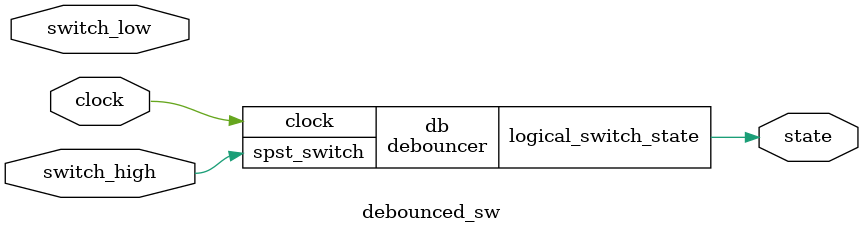
<source format=v>
module debouncer (
  input clock,
  input spst_switch,
  output reg logical_switch_state
);

reg switch_state;
// Synchronize the switch input to the clock
reg PB_sync_0;
always @(posedge clock) PB_sync_0 <= spst_switch;
reg PB_sync_1;
always @(posedge clock) PB_sync_1 <= PB_sync_0;

// Debounce the switch
reg [31:0] PB_cnt;
always @ (posedge clock)
if (switch_state == PB_sync_1)
  PB_cnt <= 0;
else
begin
  PB_cnt <= PB_cnt + 1;
  if(PB_cnt == 20'hfffff) switch_state <= ~switch_state; 
end

always @ (negedge clock) begin
  logical_switch_state <= !switch_state;
end
endmodule

module debounced_sw (
  input clock, input switch_high, input switch_low, output state,
);

  debouncer db (clock, switch_high, state);
endmodule

</source>
